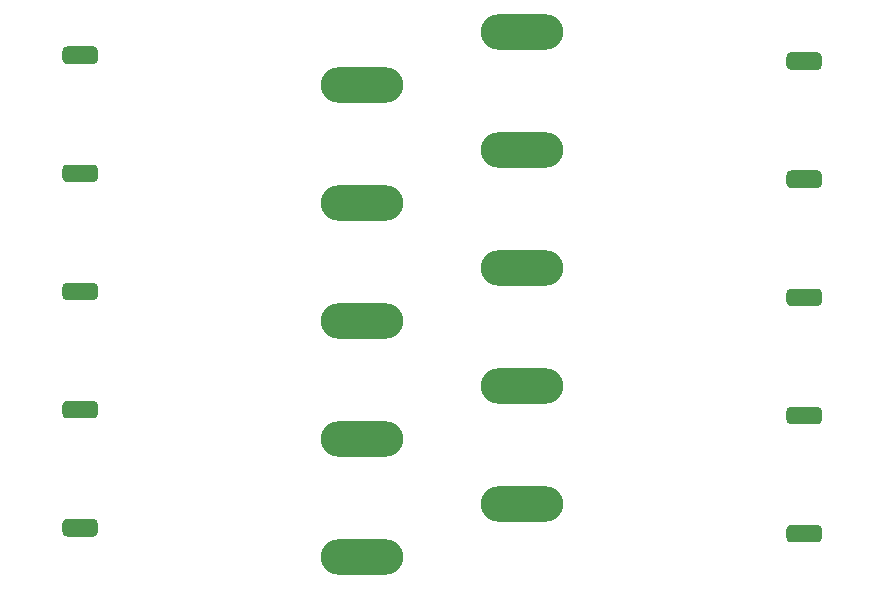
<source format=gbs>
G04 #@! TF.GenerationSoftware,KiCad,Pcbnew,5.1.9-73d0e3b20d~88~ubuntu20.04.1*
G04 #@! TF.CreationDate,2021-08-20T12:24:50+03:00*
G04 #@! TF.ProjectId,cable_to_banana,6361626c-655f-4746-9f5f-62616e616e61,rev?*
G04 #@! TF.SameCoordinates,Original*
G04 #@! TF.FileFunction,Soldermask,Bot*
G04 #@! TF.FilePolarity,Negative*
%FSLAX46Y46*%
G04 Gerber Fmt 4.6, Leading zero omitted, Abs format (unit mm)*
G04 Created by KiCad (PCBNEW 5.1.9-73d0e3b20d~88~ubuntu20.04.1) date 2021-08-20 12:24:50*
%MOMM*%
%LPD*%
G01*
G04 APERTURE LIST*
%ADD10O,7.000000X3.000000*%
G04 APERTURE END LIST*
D10*
G04 #@! TO.C,J1*
X64000000Y-132000000D03*
G04 #@! TD*
G04 #@! TO.C,J2*
G36*
G01*
X41600000Y-169125000D02*
X41600000Y-169875000D01*
G75*
G02*
X41225000Y-170250000I-375000J0D01*
G01*
X38975000Y-170250000D01*
G75*
G02*
X38600000Y-169875000I0J375000D01*
G01*
X38600000Y-169125000D01*
G75*
G02*
X38975000Y-168750000I375000J0D01*
G01*
X41225000Y-168750000D01*
G75*
G02*
X41600000Y-169125000I0J-375000D01*
G01*
G37*
G04 #@! TD*
G04 #@! TO.C,J1*
X64000000Y-162000000D03*
G04 #@! TD*
G04 #@! TO.C,J2*
G36*
G01*
X41600000Y-139125000D02*
X41600000Y-139875000D01*
G75*
G02*
X41225000Y-140250000I-375000J0D01*
G01*
X38975000Y-140250000D01*
G75*
G02*
X38600000Y-139875000I0J375000D01*
G01*
X38600000Y-139125000D01*
G75*
G02*
X38975000Y-138750000I375000J0D01*
G01*
X41225000Y-138750000D01*
G75*
G02*
X41600000Y-139125000I0J-375000D01*
G01*
G37*
G04 #@! TD*
G04 #@! TO.C,J2*
G36*
G01*
X41600000Y-129125000D02*
X41600000Y-129875000D01*
G75*
G02*
X41225000Y-130250000I-375000J0D01*
G01*
X38975000Y-130250000D01*
G75*
G02*
X38600000Y-129875000I0J375000D01*
G01*
X38600000Y-129125000D01*
G75*
G02*
X38975000Y-128750000I375000J0D01*
G01*
X41225000Y-128750000D01*
G75*
G02*
X41600000Y-129125000I0J-375000D01*
G01*
G37*
G04 #@! TD*
G04 #@! TO.C,J1*
X64000000Y-172000000D03*
G04 #@! TD*
G04 #@! TO.C,J2*
G36*
G01*
X41600000Y-149125000D02*
X41600000Y-149875000D01*
G75*
G02*
X41225000Y-150250000I-375000J0D01*
G01*
X38975000Y-150250000D01*
G75*
G02*
X38600000Y-149875000I0J375000D01*
G01*
X38600000Y-149125000D01*
G75*
G02*
X38975000Y-148750000I375000J0D01*
G01*
X41225000Y-148750000D01*
G75*
G02*
X41600000Y-149125000I0J-375000D01*
G01*
G37*
G04 #@! TD*
G04 #@! TO.C,J1*
X64000000Y-152000000D03*
G04 #@! TD*
G04 #@! TO.C,J1*
X64000000Y-142000000D03*
G04 #@! TD*
G04 #@! TO.C,J2*
G36*
G01*
X41600000Y-159125000D02*
X41600000Y-159875000D01*
G75*
G02*
X41225000Y-160250000I-375000J0D01*
G01*
X38975000Y-160250000D01*
G75*
G02*
X38600000Y-159875000I0J375000D01*
G01*
X38600000Y-159125000D01*
G75*
G02*
X38975000Y-158750000I375000J0D01*
G01*
X41225000Y-158750000D01*
G75*
G02*
X41600000Y-159125000I0J-375000D01*
G01*
G37*
G04 #@! TD*
G04 #@! TO.C,J1*
X77500000Y-127500000D03*
G04 #@! TD*
G04 #@! TO.C,J2*
G36*
G01*
X99900000Y-130375000D02*
X99900000Y-129625000D01*
G75*
G02*
X100275000Y-129250000I375000J0D01*
G01*
X102525000Y-129250000D01*
G75*
G02*
X102900000Y-129625000I0J-375000D01*
G01*
X102900000Y-130375000D01*
G75*
G02*
X102525000Y-130750000I-375000J0D01*
G01*
X100275000Y-130750000D01*
G75*
G02*
X99900000Y-130375000I0J375000D01*
G01*
G37*
G04 #@! TD*
G04 #@! TO.C,J2*
G36*
G01*
X99900000Y-140375000D02*
X99900000Y-139625000D01*
G75*
G02*
X100275000Y-139250000I375000J0D01*
G01*
X102525000Y-139250000D01*
G75*
G02*
X102900000Y-139625000I0J-375000D01*
G01*
X102900000Y-140375000D01*
G75*
G02*
X102525000Y-140750000I-375000J0D01*
G01*
X100275000Y-140750000D01*
G75*
G02*
X99900000Y-140375000I0J375000D01*
G01*
G37*
G04 #@! TD*
G04 #@! TO.C,J1*
X77500000Y-137500000D03*
G04 #@! TD*
G04 #@! TO.C,J2*
G36*
G01*
X99900000Y-170375000D02*
X99900000Y-169625000D01*
G75*
G02*
X100275000Y-169250000I375000J0D01*
G01*
X102525000Y-169250000D01*
G75*
G02*
X102900000Y-169625000I0J-375000D01*
G01*
X102900000Y-170375000D01*
G75*
G02*
X102525000Y-170750000I-375000J0D01*
G01*
X100275000Y-170750000D01*
G75*
G02*
X99900000Y-170375000I0J375000D01*
G01*
G37*
G04 #@! TD*
G04 #@! TO.C,J1*
X77500000Y-167500000D03*
G04 #@! TD*
G04 #@! TO.C,J2*
G36*
G01*
X99900000Y-160375000D02*
X99900000Y-159625000D01*
G75*
G02*
X100275000Y-159250000I375000J0D01*
G01*
X102525000Y-159250000D01*
G75*
G02*
X102900000Y-159625000I0J-375000D01*
G01*
X102900000Y-160375000D01*
G75*
G02*
X102525000Y-160750000I-375000J0D01*
G01*
X100275000Y-160750000D01*
G75*
G02*
X99900000Y-160375000I0J375000D01*
G01*
G37*
G04 #@! TD*
G04 #@! TO.C,J1*
X77500000Y-157500000D03*
G04 #@! TD*
G04 #@! TO.C,J1*
X77500000Y-147500000D03*
G04 #@! TD*
G04 #@! TO.C,J2*
G36*
G01*
X99900000Y-150375000D02*
X99900000Y-149625000D01*
G75*
G02*
X100275000Y-149250000I375000J0D01*
G01*
X102525000Y-149250000D01*
G75*
G02*
X102900000Y-149625000I0J-375000D01*
G01*
X102900000Y-150375000D01*
G75*
G02*
X102525000Y-150750000I-375000J0D01*
G01*
X100275000Y-150750000D01*
G75*
G02*
X99900000Y-150375000I0J375000D01*
G01*
G37*
G04 #@! TD*
M02*

</source>
